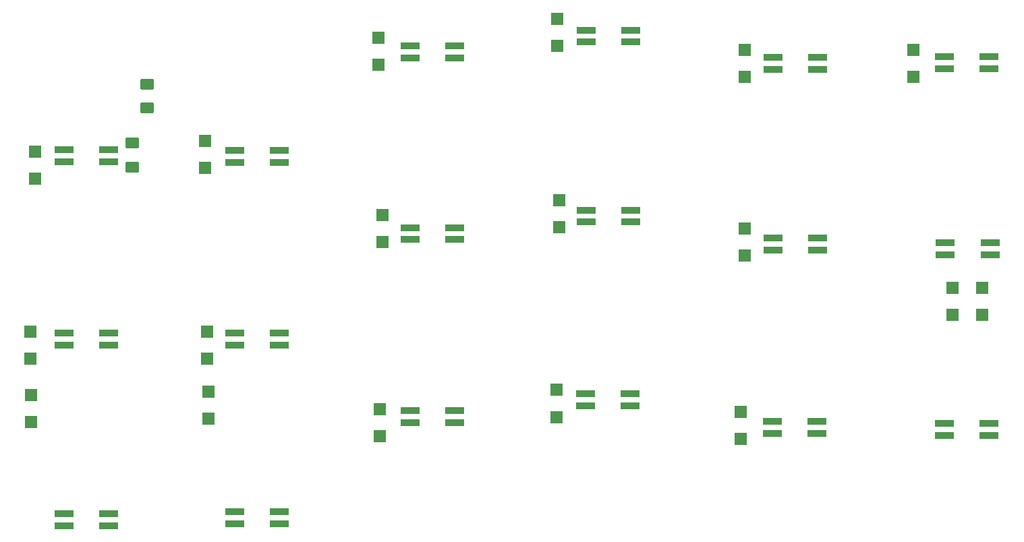
<source format=gbr>
G04 #@! TF.GenerationSoftware,KiCad,Pcbnew,(6.0.0)*
G04 #@! TF.CreationDate,2022-01-24T15:56:27+01:00*
G04 #@! TF.ProjectId,flex,666c6578-2e6b-4696-9361-645f70636258,rev?*
G04 #@! TF.SameCoordinates,Original*
G04 #@! TF.FileFunction,Paste,Bot*
G04 #@! TF.FilePolarity,Positive*
%FSLAX46Y46*%
G04 Gerber Fmt 4.6, Leading zero omitted, Abs format (unit mm)*
G04 Created by KiCad (PCBNEW (6.0.0)) date 2022-01-24 15:56:27*
%MOMM*%
%LPD*%
G01*
G04 APERTURE LIST*
G04 Aperture macros list*
%AMRoundRect*
0 Rectangle with rounded corners*
0 $1 Rounding radius*
0 $2 $3 $4 $5 $6 $7 $8 $9 X,Y pos of 4 corners*
0 Add a 4 corners polygon primitive as box body*
4,1,4,$2,$3,$4,$5,$6,$7,$8,$9,$2,$3,0*
0 Add four circle primitives for the rounded corners*
1,1,$1+$1,$2,$3*
1,1,$1+$1,$4,$5*
1,1,$1+$1,$6,$7*
1,1,$1+$1,$8,$9*
0 Add four rect primitives between the rounded corners*
20,1,$1+$1,$2,$3,$4,$5,0*
20,1,$1+$1,$4,$5,$6,$7,0*
20,1,$1+$1,$6,$7,$8,$9,0*
20,1,$1+$1,$8,$9,$2,$3,0*%
G04 Aperture macros list end*
%ADD10R,1.524000X1.524000*%
%ADD11R,2.400000X0.820000*%
%ADD12RoundRect,0.250001X-0.624999X0.462499X-0.624999X-0.462499X0.624999X-0.462499X0.624999X0.462499X0*%
G04 APERTURE END LIST*
D10*
X37325200Y-86864400D03*
X37325200Y-83464400D03*
X125825200Y-119564400D03*
X125825200Y-116164400D03*
X102875200Y-70214400D03*
X102875200Y-66814400D03*
X59084000Y-117006000D03*
X59084000Y-113606000D03*
X80875200Y-94864400D03*
X80875200Y-91464400D03*
X103071482Y-92945200D03*
X103071482Y-89545200D03*
X36725200Y-109514400D03*
X36725200Y-106114400D03*
X80375200Y-72564400D03*
X80375200Y-69164400D03*
X126375200Y-96514400D03*
X126375200Y-93114400D03*
X58675200Y-85514400D03*
X58675200Y-82114400D03*
X80575200Y-119214400D03*
X80575200Y-115814400D03*
X126375200Y-74114400D03*
X126375200Y-70714400D03*
X102775200Y-116814400D03*
X102775200Y-113414400D03*
X36825200Y-117464400D03*
X36825200Y-114064400D03*
X156175200Y-103964400D03*
X156175200Y-100564400D03*
X58889893Y-109514400D03*
X58889893Y-106114400D03*
X147525200Y-74064400D03*
X147525200Y-70664400D03*
X152425200Y-103964400D03*
X152425200Y-100564400D03*
D11*
X46550000Y-106260000D03*
X40950000Y-106260000D03*
X40950000Y-107760000D03*
X46550000Y-107760000D03*
D12*
X51360000Y-74992500D03*
X51360000Y-77967500D03*
D11*
X135556000Y-71618000D03*
X129956000Y-71618000D03*
X129956000Y-73118000D03*
X135556000Y-73118000D03*
X111981000Y-113867999D03*
X106381000Y-113867999D03*
X106381000Y-115367999D03*
X111981000Y-115367999D03*
X46550000Y-83260000D03*
X40950000Y-83260000D03*
X40950000Y-84760000D03*
X46550000Y-84760000D03*
X90006000Y-93017999D03*
X84406000Y-93017999D03*
X84406000Y-94517999D03*
X90006000Y-94517999D03*
X46550000Y-128980000D03*
X40950000Y-128980000D03*
X40950000Y-130480000D03*
X46550000Y-130480000D03*
X67965200Y-128704400D03*
X62365200Y-128704400D03*
X62365200Y-130204400D03*
X67965200Y-130204400D03*
X135556000Y-94318000D03*
X129956000Y-94318000D03*
X129956000Y-95818000D03*
X135556000Y-95818000D03*
X90006000Y-70217999D03*
X84406000Y-70217999D03*
X84406000Y-71717999D03*
X90006000Y-71717999D03*
X90006000Y-116017999D03*
X84406000Y-116017999D03*
X84406000Y-117517999D03*
X90006000Y-117517999D03*
X112056000Y-68217999D03*
X106456000Y-68217999D03*
X106456000Y-69717999D03*
X112056000Y-69717999D03*
X67965999Y-83357999D03*
X62365999Y-83357999D03*
X62365999Y-84857999D03*
X67965999Y-84857999D03*
X157055999Y-117617998D03*
X151455999Y-117617998D03*
X151455999Y-119117998D03*
X157055999Y-119117998D03*
D12*
X49530000Y-82420000D03*
X49530000Y-85395000D03*
D11*
X157055999Y-71567998D03*
X151455999Y-71567998D03*
X151455999Y-73067998D03*
X157055999Y-73067998D03*
X135456000Y-117368000D03*
X129856000Y-117368000D03*
X129856000Y-118868000D03*
X135456000Y-118868000D03*
X67965999Y-106247999D03*
X62365999Y-106247999D03*
X62365999Y-107747999D03*
X67965999Y-107747999D03*
X157155999Y-94917998D03*
X151555999Y-94917998D03*
X151555999Y-96417998D03*
X157155999Y-96417998D03*
X112056000Y-90817999D03*
X106456000Y-90817999D03*
X106456000Y-92317999D03*
X112056000Y-92317999D03*
M02*

</source>
